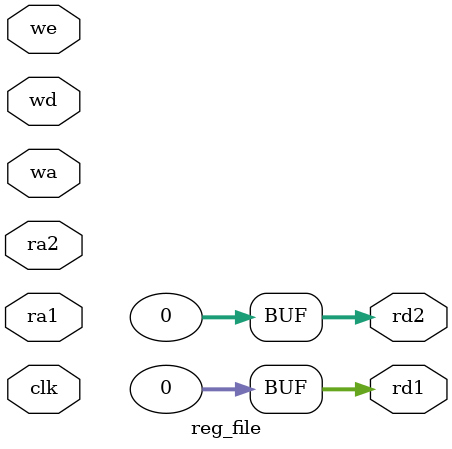
<source format=v>
module reg_file (
    input clk,
    input we,
    input [4:0] ra1, ra2, wa,
    input [31:0] wd,
    output [31:0] rd1, rd2
);
    reg [31:0] registers [0:31];
    assign rd1 = 32'd0;
    assign rd2 = 32'd0;
endmodule

</source>
